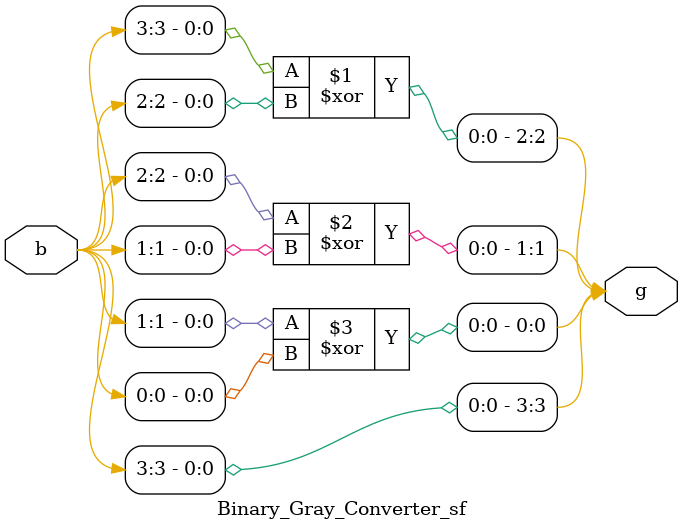
<source format=v>
`timescale 1ns / 1ps


module Binary_Gray_Converter_sf(g,b);
output [3:0]g;
input [3:0]b;

assign g[3] = b[3];
xor(g[2],b[3],b[2]);
xor(g[1],b[2],b[1]);
xor(g[0],b[1],b[0]);

endmodule

</source>
